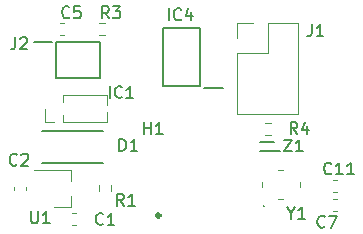
<source format=gbr>
%TF.GenerationSoftware,KiCad,Pcbnew,(5.99.0-8996-g10442b98df)*%
%TF.CreationDate,2021-04-19T08:50:07+01:00*%
%TF.ProjectId,CANduino,43414e64-7569-46e6-9f2e-6b696361645f,rev?*%
%TF.SameCoordinates,Original*%
%TF.FileFunction,Legend,Top*%
%TF.FilePolarity,Positive*%
%FSLAX46Y46*%
G04 Gerber Fmt 4.6, Leading zero omitted, Abs format (unit mm)*
G04 Created by KiCad (PCBNEW (5.99.0-8996-g10442b98df)) date 2021-04-19 08:50:07*
%MOMM*%
%LPD*%
G01*
G04 APERTURE LIST*
%ADD10C,0.152400*%
%ADD11C,0.150000*%
%ADD12C,0.100000*%
%ADD13C,0.200000*%
%ADD14C,0.120000*%
%ADD15C,0.325000*%
G04 APERTURE END LIST*
D10*
%TO.C,Y1*%
X177778287Y-118526410D02*
X177778287Y-118998124D01*
X177448087Y-118007524D02*
X177778287Y-118526410D01*
X178108487Y-118007524D01*
X178957573Y-118998124D02*
X178391516Y-118998124D01*
X178674544Y-118998124D02*
X178674544Y-118007524D01*
X178580202Y-118149038D01*
X178485859Y-118243381D01*
X178391516Y-118290553D01*
%TO.C,Z1*%
X177210585Y-112307528D02*
X177870985Y-112307528D01*
X177210585Y-113298128D01*
X177870985Y-113298128D01*
X178767242Y-113298128D02*
X178201185Y-113298128D01*
X178484214Y-113298128D02*
X178484214Y-112307528D01*
X178389871Y-112449042D01*
X178295528Y-112543385D01*
X178201185Y-112590557D01*
D11*
%TO.C,R4*%
X178308333Y-111827380D02*
X177975000Y-111351190D01*
X177736904Y-111827380D02*
X177736904Y-110827380D01*
X178117857Y-110827380D01*
X178213095Y-110875000D01*
X178260714Y-110922619D01*
X178308333Y-111017857D01*
X178308333Y-111160714D01*
X178260714Y-111255952D01*
X178213095Y-111303571D01*
X178117857Y-111351190D01*
X177736904Y-111351190D01*
X179165476Y-111160714D02*
X179165476Y-111827380D01*
X178927380Y-110779761D02*
X178689285Y-111494047D01*
X179308333Y-111494047D01*
%TO.C,J1*%
X179516666Y-102552380D02*
X179516666Y-103266666D01*
X179469047Y-103409523D01*
X179373809Y-103504761D01*
X179230952Y-103552380D01*
X179135714Y-103552380D01*
X180516666Y-103552380D02*
X179945238Y-103552380D01*
X180230952Y-103552380D02*
X180230952Y-102552380D01*
X180135714Y-102695238D01*
X180040476Y-102790476D01*
X179945238Y-102838095D01*
D10*
%TO.C,H1*%
X165345248Y-111848140D02*
X165345248Y-110857540D01*
X165345248Y-111329254D02*
X165911305Y-111329254D01*
X165911305Y-111848140D02*
X165911305Y-110857540D01*
X166901905Y-111848140D02*
X166335848Y-111848140D01*
X166618876Y-111848140D02*
X166618876Y-110857540D01*
X166524533Y-110999054D01*
X166430191Y-111093397D01*
X166335848Y-111140569D01*
D11*
%TO.C,C11*%
X181207142Y-115157142D02*
X181159523Y-115204761D01*
X181016666Y-115252380D01*
X180921428Y-115252380D01*
X180778571Y-115204761D01*
X180683333Y-115109523D01*
X180635714Y-115014285D01*
X180588095Y-114823809D01*
X180588095Y-114680952D01*
X180635714Y-114490476D01*
X180683333Y-114395238D01*
X180778571Y-114300000D01*
X180921428Y-114252380D01*
X181016666Y-114252380D01*
X181159523Y-114300000D01*
X181207142Y-114347619D01*
X182159523Y-115252380D02*
X181588095Y-115252380D01*
X181873809Y-115252380D02*
X181873809Y-114252380D01*
X181778571Y-114395238D01*
X181683333Y-114490476D01*
X181588095Y-114538095D01*
X183111904Y-115252380D02*
X182540476Y-115252380D01*
X182826190Y-115252380D02*
X182826190Y-114252380D01*
X182730952Y-114395238D01*
X182635714Y-114490476D01*
X182540476Y-114538095D01*
%TO.C,C7*%
X180633333Y-119657142D02*
X180585714Y-119704761D01*
X180442857Y-119752380D01*
X180347619Y-119752380D01*
X180204761Y-119704761D01*
X180109523Y-119609523D01*
X180061904Y-119514285D01*
X180014285Y-119323809D01*
X180014285Y-119180952D01*
X180061904Y-118990476D01*
X180109523Y-118895238D01*
X180204761Y-118800000D01*
X180347619Y-118752380D01*
X180442857Y-118752380D01*
X180585714Y-118800000D01*
X180633333Y-118847619D01*
X180966666Y-118752380D02*
X181633333Y-118752380D01*
X181204761Y-119752380D01*
%TO.C,R1*%
X163618333Y-117902380D02*
X163285000Y-117426190D01*
X163046904Y-117902380D02*
X163046904Y-116902380D01*
X163427857Y-116902380D01*
X163523095Y-116950000D01*
X163570714Y-116997619D01*
X163618333Y-117092857D01*
X163618333Y-117235714D01*
X163570714Y-117330952D01*
X163523095Y-117378571D01*
X163427857Y-117426190D01*
X163046904Y-117426190D01*
X164570714Y-117902380D02*
X163999285Y-117902380D01*
X164285000Y-117902380D02*
X164285000Y-116902380D01*
X164189761Y-117045238D01*
X164094523Y-117140476D01*
X163999285Y-117188095D01*
%TO.C,J2*%
X154441666Y-103652380D02*
X154441666Y-104366666D01*
X154394047Y-104509523D01*
X154298809Y-104604761D01*
X154155952Y-104652380D01*
X154060714Y-104652380D01*
X154870238Y-103747619D02*
X154917857Y-103700000D01*
X155013095Y-103652380D01*
X155251190Y-103652380D01*
X155346428Y-103700000D01*
X155394047Y-103747619D01*
X155441666Y-103842857D01*
X155441666Y-103938095D01*
X155394047Y-104080952D01*
X154822619Y-104652380D01*
X155441666Y-104652380D01*
D10*
%TO.C,IC4*%
X167432971Y-102198133D02*
X167432971Y-101207533D01*
X168470743Y-102103790D02*
X168423571Y-102150962D01*
X168282057Y-102198133D01*
X168187714Y-102198133D01*
X168046200Y-102150962D01*
X167951857Y-102056619D01*
X167904686Y-101962276D01*
X167857514Y-101773590D01*
X167857514Y-101632076D01*
X167904686Y-101443390D01*
X167951857Y-101349047D01*
X168046200Y-101254705D01*
X168187714Y-101207533D01*
X168282057Y-101207533D01*
X168423571Y-101254705D01*
X168470743Y-101301876D01*
X169319828Y-101537733D02*
X169319828Y-102198133D01*
X169083971Y-101160362D02*
X168848114Y-101867933D01*
X169461343Y-101867933D01*
D11*
%TO.C,U1*%
X155763102Y-118377388D02*
X155763102Y-119186912D01*
X155810721Y-119282150D01*
X155858340Y-119329769D01*
X155953578Y-119377388D01*
X156144054Y-119377388D01*
X156239292Y-119329769D01*
X156286911Y-119282150D01*
X156334530Y-119186912D01*
X156334530Y-118377388D01*
X157334530Y-119377388D02*
X156763102Y-119377388D01*
X157048816Y-119377388D02*
X157048816Y-118377388D01*
X156953578Y-118520246D01*
X156858340Y-118615484D01*
X156763102Y-118663103D01*
%TO.C,C2*%
X154568333Y-114407142D02*
X154520714Y-114454761D01*
X154377857Y-114502380D01*
X154282619Y-114502380D01*
X154139761Y-114454761D01*
X154044523Y-114359523D01*
X153996904Y-114264285D01*
X153949285Y-114073809D01*
X153949285Y-113930952D01*
X153996904Y-113740476D01*
X154044523Y-113645238D01*
X154139761Y-113550000D01*
X154282619Y-113502380D01*
X154377857Y-113502380D01*
X154520714Y-113550000D01*
X154568333Y-113597619D01*
X154949285Y-113597619D02*
X154996904Y-113550000D01*
X155092142Y-113502380D01*
X155330238Y-113502380D01*
X155425476Y-113550000D01*
X155473095Y-113597619D01*
X155520714Y-113692857D01*
X155520714Y-113788095D01*
X155473095Y-113930952D01*
X154901666Y-114502380D01*
X155520714Y-114502380D01*
%TO.C,C1*%
X161873333Y-119447142D02*
X161825714Y-119494761D01*
X161682857Y-119542380D01*
X161587619Y-119542380D01*
X161444761Y-119494761D01*
X161349523Y-119399523D01*
X161301904Y-119304285D01*
X161254285Y-119113809D01*
X161254285Y-118970952D01*
X161301904Y-118780476D01*
X161349523Y-118685238D01*
X161444761Y-118590000D01*
X161587619Y-118542380D01*
X161682857Y-118542380D01*
X161825714Y-118590000D01*
X161873333Y-118637619D01*
X162825714Y-119542380D02*
X162254285Y-119542380D01*
X162540000Y-119542380D02*
X162540000Y-118542380D01*
X162444761Y-118685238D01*
X162349523Y-118780476D01*
X162254285Y-118828095D01*
%TO.C,C5*%
X159018333Y-101932142D02*
X158970714Y-101979761D01*
X158827857Y-102027380D01*
X158732619Y-102027380D01*
X158589761Y-101979761D01*
X158494523Y-101884523D01*
X158446904Y-101789285D01*
X158399285Y-101598809D01*
X158399285Y-101455952D01*
X158446904Y-101265476D01*
X158494523Y-101170238D01*
X158589761Y-101075000D01*
X158732619Y-101027380D01*
X158827857Y-101027380D01*
X158970714Y-101075000D01*
X159018333Y-101122619D01*
X159923095Y-101027380D02*
X159446904Y-101027380D01*
X159399285Y-101503571D01*
X159446904Y-101455952D01*
X159542142Y-101408333D01*
X159780238Y-101408333D01*
X159875476Y-101455952D01*
X159923095Y-101503571D01*
X159970714Y-101598809D01*
X159970714Y-101836904D01*
X159923095Y-101932142D01*
X159875476Y-101979761D01*
X159780238Y-102027380D01*
X159542142Y-102027380D01*
X159446904Y-101979761D01*
X159399285Y-101932142D01*
D10*
%TO.C,IC1*%
X162427974Y-108773126D02*
X162427974Y-107782526D01*
X163465746Y-108678783D02*
X163418574Y-108725955D01*
X163277060Y-108773126D01*
X163182717Y-108773126D01*
X163041203Y-108725955D01*
X162946860Y-108631612D01*
X162899689Y-108537269D01*
X162852517Y-108348583D01*
X162852517Y-108207069D01*
X162899689Y-108018383D01*
X162946860Y-107924040D01*
X163041203Y-107829698D01*
X163182717Y-107782526D01*
X163277060Y-107782526D01*
X163418574Y-107829698D01*
X163465746Y-107876869D01*
X164409174Y-108773126D02*
X163843117Y-108773126D01*
X164126146Y-108773126D02*
X164126146Y-107782526D01*
X164031803Y-107924040D01*
X163937460Y-108018383D01*
X163843117Y-108065555D01*
%TO.C,D1*%
X163253844Y-113248118D02*
X163253844Y-112257518D01*
X163489702Y-112257518D01*
X163631216Y-112304690D01*
X163725559Y-112399032D01*
X163772730Y-112493375D01*
X163819902Y-112682061D01*
X163819902Y-112823575D01*
X163772730Y-113012261D01*
X163725559Y-113106604D01*
X163631216Y-113200947D01*
X163489702Y-113248118D01*
X163253844Y-113248118D01*
X164763330Y-113248118D02*
X164197273Y-113248118D01*
X164480302Y-113248118D02*
X164480302Y-112257518D01*
X164385959Y-112399032D01*
X164291616Y-112493375D01*
X164197273Y-112540547D01*
D11*
%TO.C,R3*%
X162368333Y-102027380D02*
X162035000Y-101551190D01*
X161796904Y-102027380D02*
X161796904Y-101027380D01*
X162177857Y-101027380D01*
X162273095Y-101075000D01*
X162320714Y-101122619D01*
X162368333Y-101217857D01*
X162368333Y-101360714D01*
X162320714Y-101455952D01*
X162273095Y-101503571D01*
X162177857Y-101551190D01*
X161796904Y-101551190D01*
X162701666Y-101027380D02*
X163320714Y-101027380D01*
X162987380Y-101408333D01*
X163130238Y-101408333D01*
X163225476Y-101455952D01*
X163273095Y-101503571D01*
X163320714Y-101598809D01*
X163320714Y-101836904D01*
X163273095Y-101932142D01*
X163225476Y-101979761D01*
X163130238Y-102027380D01*
X162844523Y-102027380D01*
X162749285Y-101979761D01*
X162701666Y-101932142D01*
D12*
%TO.C,Y1*%
X175500002Y-117899996D02*
G75*
G02*
X175400002Y-117899996I-50000J0D01*
G01*
X175400002Y-117899996D02*
G75*
G02*
X175500002Y-117899996I50000J0D01*
G01*
X175400002Y-117899996D02*
X175400002Y-117899996D01*
X175500002Y-117899996D02*
X175500002Y-117899996D01*
X178500002Y-115899996D02*
X178500002Y-116299996D01*
X175300002Y-115899996D02*
X175300002Y-116299996D01*
X176700002Y-117349996D02*
X177100002Y-117349996D01*
X176700002Y-114849996D02*
X177100002Y-114849996D01*
D13*
%TO.C,Z1*%
X176350000Y-112475000D02*
X175150000Y-112475000D01*
X176820000Y-113275000D02*
X175150000Y-113275000D01*
D14*
%TO.C,R4*%
X175545276Y-111947500D02*
X176054724Y-111947500D01*
X175545276Y-110902500D02*
X176054724Y-110902500D01*
%TO.C,J1*%
X173195000Y-102395000D02*
X174525000Y-102395000D01*
X173195000Y-103725000D02*
X173195000Y-102395000D01*
X175795000Y-102395000D02*
X178395000Y-102395000D01*
X175795000Y-104995000D02*
X175795000Y-102395000D01*
X173195000Y-104995000D02*
X175795000Y-104995000D01*
X178395000Y-102395000D02*
X178395000Y-110135000D01*
X173195000Y-104995000D02*
X173195000Y-110135000D01*
X173195000Y-110135000D02*
X178395000Y-110135000D01*
D15*
%TO.C,H1*%
X166712491Y-118724512D02*
G75*
G03*
X166712491Y-118724512I-162500J0D01*
G01*
D14*
%TO.C,C11*%
X181353733Y-116760000D02*
X181646267Y-116760000D01*
X181353733Y-115740000D02*
X181646267Y-115740000D01*
%TO.C,C7*%
X181353733Y-118360000D02*
X181646267Y-118360000D01*
X181353733Y-117340000D02*
X181646267Y-117340000D01*
%TO.C,R1*%
X161502500Y-116654724D02*
X161502500Y-116145276D01*
X162547500Y-116654724D02*
X162547500Y-116145276D01*
%TO.C,J2*%
X156930000Y-110785000D02*
X156930000Y-109675000D01*
X158450000Y-108565000D02*
X162195000Y-108565000D01*
X158450000Y-110785000D02*
X162195000Y-110785000D01*
X158450000Y-109111529D02*
X158450000Y-108565000D01*
X157690000Y-110785000D02*
X156930000Y-110785000D01*
X162195000Y-109367470D02*
X162195000Y-108565000D01*
X158450000Y-110785000D02*
X158450000Y-110238471D01*
X162195000Y-110785000D02*
X162195000Y-109982530D01*
D13*
%TO.C,IC4*%
X170099993Y-107749993D02*
X166899993Y-107749993D01*
X171999993Y-107904993D02*
X170449993Y-107904993D01*
X166899993Y-107749993D02*
X166899993Y-102849993D01*
X166899993Y-102849993D02*
X170099993Y-102849993D01*
X170099993Y-102849993D02*
X170099993Y-107749993D01*
D14*
%TO.C,U1*%
X159185007Y-118030008D02*
X157725007Y-118030008D01*
X159185007Y-118030008D02*
X159185007Y-117100008D01*
X159185007Y-114870008D02*
X159185007Y-115800008D01*
X159185007Y-114870008D02*
X156025007Y-114870008D01*
%TO.C,C2*%
X154315000Y-116596267D02*
X154315000Y-116303733D01*
X155335000Y-116596267D02*
X155335000Y-116303733D01*
%TO.C,C1*%
X159536267Y-119560000D02*
X159243733Y-119560000D01*
X159536267Y-118540000D02*
X159243733Y-118540000D01*
%TO.C,C5*%
X158521267Y-103435000D02*
X158228733Y-103435000D01*
X158521267Y-102415000D02*
X158228733Y-102415000D01*
D13*
%TO.C,IC1*%
X157885000Y-107075000D02*
X157885000Y-104075000D01*
X157885000Y-104075000D02*
X161585000Y-104075000D01*
X161585000Y-104075000D02*
X161585000Y-107075000D01*
X156060000Y-104025000D02*
X157535000Y-104025000D01*
X161585000Y-107075000D02*
X157885000Y-107075000D01*
%TO.C,D1*%
X156723000Y-114282000D02*
X161827000Y-114282000D01*
X161827000Y-111618000D02*
X156723000Y-111618000D01*
D14*
%TO.C,R3*%
X161520276Y-103447500D02*
X162029724Y-103447500D01*
X161520276Y-102402500D02*
X162029724Y-102402500D01*
%TD*%
M02*

</source>
